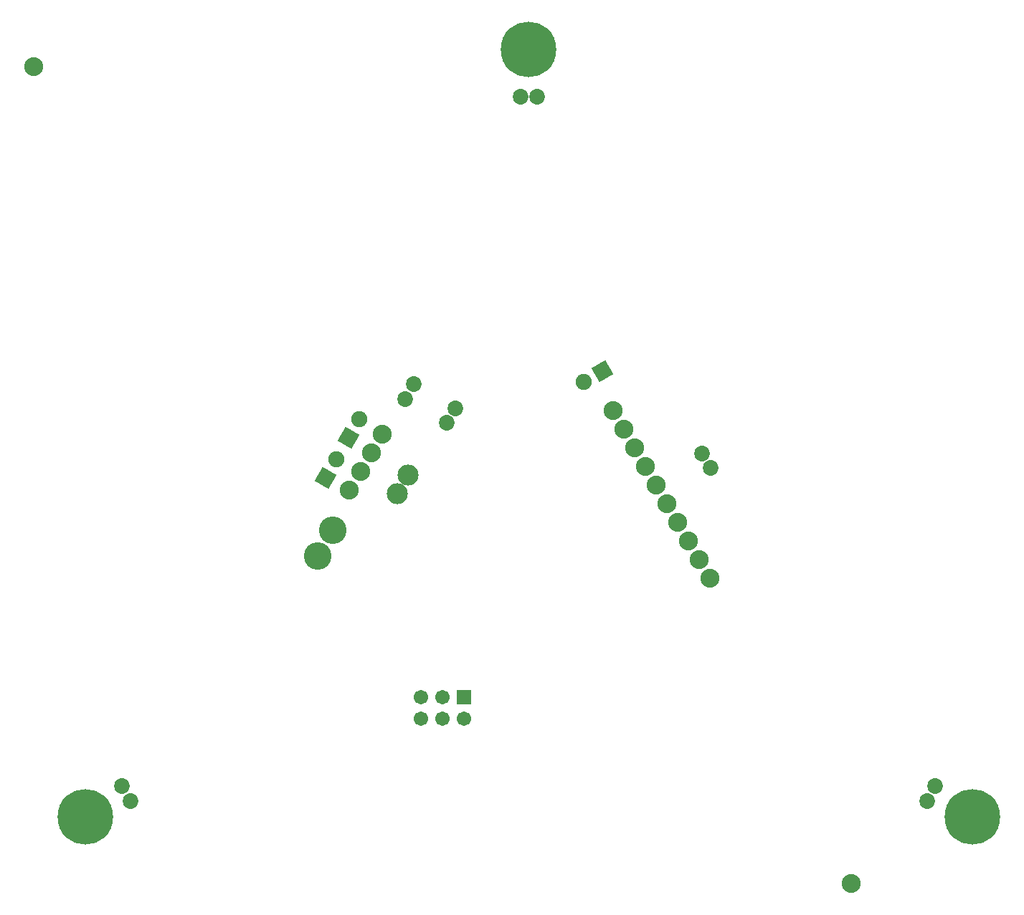
<source format=gbr>
G04 This is an RS-274x file exported by *
G04 gerbv version 2.6A *
G04 More information is available about gerbv at *
G04 http://gerbv.geda-project.org/ *
G04 --End of header info--*
%MOIN*%
%FSLAX34Y34*%
%IPPOS*%
G04 --Define apertures--*
%ADD10C,0.0030*%
%ADD11C,0.0500*%
%ADD12C,0.0390*%
%ADD13C,0.2580*%
%ADD14C,0.0880*%
%ADD15C,0.1280*%
%ADD16C,0.0671*%
%ADD17R,0.0671X0.0671*%
%ADD18C,0.0980*%
%ADD19C,0.0749*%
%ADD20C,0.0730*%
%AMMACRO21*
5,1,4,0.000000,0.000000,0.105967,-164.999603*
%
%ADD21MACRO21*%
%AMMACRO22*
5,1,4,0.000000,0.000000,0.105967,-195.000397*
%
%ADD22MACRO22*%
G04 --Start main section--*
G54D20*
G01X0038087Y0045135D03*
G01X0038481Y0044453D03*
G54D21*
G01X0021663Y0045865D03*
G54D19*
G01X0022163Y0046731D03*
G54D21*
G01X0020600Y0043990D03*
G54D19*
G01X0021100Y0044856D03*
G54D22*
G01X0033477Y0048965D03*
G54D19*
G01X0032611Y0048465D03*
G54D18*
G01X0023927Y0043275D03*
G01X0024427Y0044141D03*
G54D17*
G01X0027037Y0033803D03*
G54D16*
G01X0027037Y0032803D03*
G01X0026037Y0033803D03*
G01X0026037Y0032803D03*
G01X0025037Y0033803D03*
G01X0025037Y0032803D03*
G54D15*
G01X0020913Y0041553D03*
G01X0020224Y0040359D03*
G54D11*
G01X0020914Y0041553D03*
G01X0020224Y0040358D03*
G54D20*
G01X0024681Y0048358D03*
G01X0024287Y0047676D03*
G01X0026618Y0047233D03*
G01X0026224Y0046551D03*
G01X0029648Y0061713D03*
G01X0030435Y0061713D03*
G01X0011538Y0028977D03*
G01X0011144Y0029659D03*
G01X0048946Y0029654D03*
G01X0048553Y0028972D03*
G54D14*
G01X0033947Y0047125D03*
G01X0034447Y0046259D03*
G01X0034947Y0045393D03*
G01X0035447Y0044527D03*
G01X0035947Y0043661D03*
G01X0036447Y0042795D03*
G01X0036947Y0041929D03*
G01X0037447Y0041063D03*
G01X0037947Y0040197D03*
G01X0038447Y0039331D03*
G01X0021712Y0043435D03*
G01X0022214Y0044300D03*
G01X0022714Y0045166D03*
G01X0023214Y0046032D03*
G54D13*
G01X0030037Y0063925D03*
G01X0050657Y0028215D03*
G01X0009427Y0028215D03*
G54D14*
G01X0007037Y0063115D03*
G01X0045037Y0025115D03*
M02*

</source>
